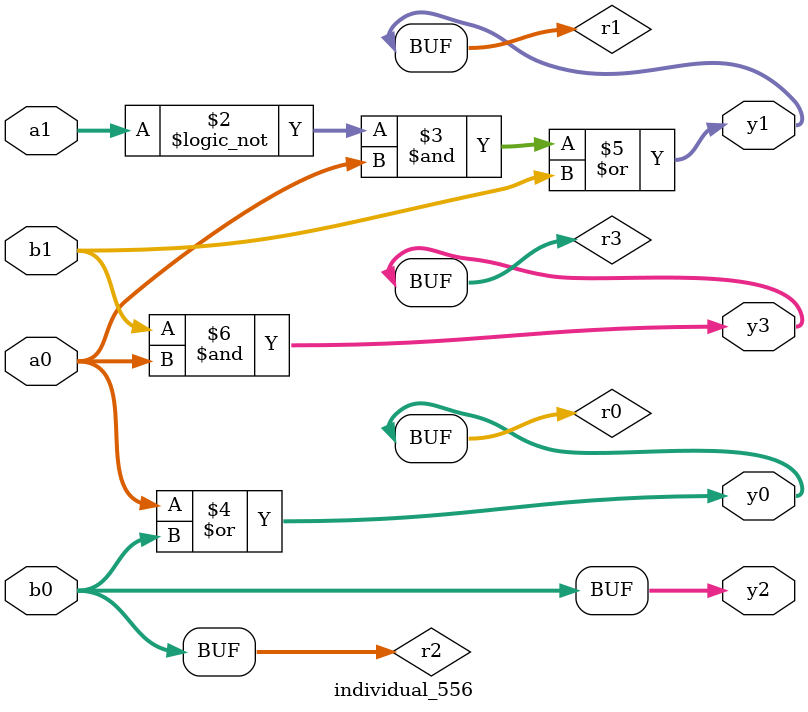
<source format=sv>
module individual_556(input logic [15:0] a1, input logic [15:0] a0, input logic [15:0] b1, input logic [15:0] b0, output logic [15:0] y3, output logic [15:0] y2, output logic [15:0] y1, output logic [15:0] y0);
logic [15:0] r0, r1, r2, r3; 
 always@(*) begin 
	 r0 = a0; r1 = a1; r2 = b0; r3 = b1; 
 	 r1 = ! a1 ;
 	 r1  &=  a0 ;
 	 r0  |=  r2 ;
 	 r1  |=  r3 ;
 	 r3  &=  a0 ;
 	 y3 = r3; y2 = r2; y1 = r1; y0 = r0; 
end
endmodule
</source>
